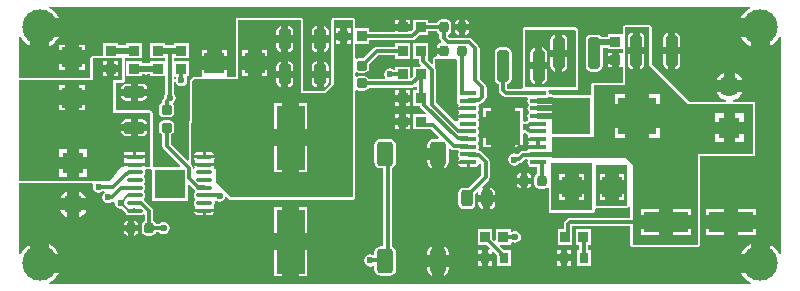
<source format=gtl>
G04*
G04 #@! TF.GenerationSoftware,Altium Limited,Altium Designer,19.1.6 (110)*
G04*
G04 Layer_Physical_Order=1*
G04 Layer_Color=255*
%FSLAX43Y43*%
%MOMM*%
G71*
G01*
G75*
G04:AMPARAMS|DCode=37|XSize=1.4mm|YSize=1mm|CornerRadius=0.25mm|HoleSize=0mm|Usage=FLASHONLY|Rotation=90.000|XOffset=0mm|YOffset=0mm|HoleType=Round|Shape=RoundedRectangle|*
%AMROUNDEDRECTD37*
21,1,1.400,0.500,0,0,90.0*
21,1,0.900,1.000,0,0,90.0*
1,1,0.500,0.250,0.450*
1,1,0.500,0.250,-0.450*
1,1,0.500,-0.250,-0.450*
1,1,0.500,-0.250,0.450*
%
%ADD37ROUNDEDRECTD37*%
G04:AMPARAMS|DCode=38|XSize=1.8mm|YSize=1mm|CornerRadius=0.25mm|HoleSize=0mm|Usage=FLASHONLY|Rotation=180.000|XOffset=0mm|YOffset=0mm|HoleType=Round|Shape=RoundedRectangle|*
%AMROUNDEDRECTD38*
21,1,1.800,0.500,0,0,180.0*
21,1,1.300,1.000,0,0,180.0*
1,1,0.500,-0.650,0.250*
1,1,0.500,0.650,0.250*
1,1,0.500,0.650,-0.250*
1,1,0.500,-0.650,-0.250*
%
%ADD38ROUNDEDRECTD38*%
%ADD39R,1.800X1.700*%
%ADD40R,1.350X0.400*%
%ADD41O,1.350X0.400*%
%ADD42R,2.660X2.460*%
%ADD43R,2.350X5.450*%
%ADD44R,3.850X1.800*%
%ADD45R,3.200X3.150*%
%ADD46R,2.960X2.960*%
%ADD47O,1.400X0.400*%
%ADD48R,1.400X0.400*%
%ADD49R,0.850X0.900*%
%ADD50R,0.800X0.950*%
G04:AMPARAMS|DCode=51|XSize=2.7mm|YSize=1mm|CornerRadius=0.25mm|HoleSize=0mm|Usage=FLASHONLY|Rotation=90.000|XOffset=0mm|YOffset=0mm|HoleType=Round|Shape=RoundedRectangle|*
%AMROUNDEDRECTD51*
21,1,2.700,0.500,0,0,90.0*
21,1,2.200,1.000,0,0,90.0*
1,1,0.500,0.250,1.100*
1,1,0.500,0.250,-1.100*
1,1,0.500,-0.250,-1.100*
1,1,0.500,-0.250,1.100*
%
%ADD51ROUNDEDRECTD51*%
G04:AMPARAMS|DCode=52|XSize=0.9mm|YSize=0.8mm|CornerRadius=0.2mm|HoleSize=0mm|Usage=FLASHONLY|Rotation=90.000|XOffset=0mm|YOffset=0mm|HoleType=Round|Shape=RoundedRectangle|*
%AMROUNDEDRECTD52*
21,1,0.900,0.400,0,0,90.0*
21,1,0.500,0.800,0,0,90.0*
1,1,0.400,0.200,0.250*
1,1,0.400,0.200,-0.250*
1,1,0.400,-0.200,-0.250*
1,1,0.400,-0.200,0.250*
%
%ADD52ROUNDEDRECTD52*%
G04:AMPARAMS|DCode=53|XSize=0.9mm|YSize=0.8mm|CornerRadius=0.2mm|HoleSize=0mm|Usage=FLASHONLY|Rotation=180.000|XOffset=0mm|YOffset=0mm|HoleType=Round|Shape=RoundedRectangle|*
%AMROUNDEDRECTD53*
21,1,0.900,0.400,0,0,180.0*
21,1,0.500,0.800,0,0,180.0*
1,1,0.400,-0.250,0.200*
1,1,0.400,0.250,0.200*
1,1,0.400,0.250,-0.200*
1,1,0.400,-0.250,-0.200*
%
%ADD53ROUNDEDRECTD53*%
G04:AMPARAMS|DCode=54|XSize=1.8mm|YSize=1mm|CornerRadius=0.25mm|HoleSize=0mm|Usage=FLASHONLY|Rotation=90.000|XOffset=0mm|YOffset=0mm|HoleType=Round|Shape=RoundedRectangle|*
%AMROUNDEDRECTD54*
21,1,1.800,0.500,0,0,90.0*
21,1,1.300,1.000,0,0,90.0*
1,1,0.500,0.250,0.650*
1,1,0.500,0.250,-0.650*
1,1,0.500,-0.250,-0.650*
1,1,0.500,-0.250,0.650*
%
%ADD54ROUNDEDRECTD54*%
%ADD55R,1.700X1.800*%
%ADD56R,0.900X0.850*%
G04:AMPARAMS|DCode=57|XSize=2.1mm|YSize=1.4mm|CornerRadius=0.35mm|HoleSize=0mm|Usage=FLASHONLY|Rotation=90.000|XOffset=0mm|YOffset=0mm|HoleType=Round|Shape=RoundedRectangle|*
%AMROUNDEDRECTD57*
21,1,2.100,0.700,0,0,90.0*
21,1,1.400,1.400,0,0,90.0*
1,1,0.700,0.350,0.700*
1,1,0.700,0.350,-0.700*
1,1,0.700,-0.350,-0.700*
1,1,0.700,-0.350,0.700*
%
%ADD57ROUNDEDRECTD57*%
%ADD58C,0.150*%
%ADD59C,0.300*%
%ADD60C,0.400*%
%ADD61C,0.500*%
%ADD62C,3.000*%
%ADD63R,1.800X1.800*%
%ADD64C,1.800*%
%ADD65C,0.600*%
G36*
X35673Y21594D02*
X35762Y21462D01*
X35843Y21407D01*
Y21100D01*
X35870Y20963D01*
X35948Y20848D01*
X36015Y20780D01*
X35973Y20642D01*
X35894Y20627D01*
X35762Y20538D01*
X35673Y20406D01*
X35645Y20265D01*
X36250D01*
Y19735D01*
X35645D01*
X35666Y19631D01*
X35592Y19504D01*
X35500D01*
X35422Y19488D01*
X35356Y19444D01*
X35312Y19378D01*
X35296Y19300D01*
Y18913D01*
X35179Y18865D01*
X34821Y19223D01*
X34856Y19350D01*
X34900D01*
Y20650D01*
X33650D01*
Y19350D01*
X34082D01*
Y19100D01*
X34109Y18963D01*
X34187Y18848D01*
X34267Y18767D01*
X34218Y18650D01*
X33650D01*
Y17855D01*
X33477Y17682D01*
X33350Y17734D01*
Y18650D01*
X32100D01*
Y18487D01*
X31973Y18419D01*
X31895Y18471D01*
X31700Y18510D01*
X31505Y18471D01*
X31340Y18360D01*
X31229Y18195D01*
X31190Y18000D01*
X31229Y17805D01*
X31276Y17734D01*
X31209Y17607D01*
X29876D01*
X29788Y17738D01*
X29656Y17827D01*
X29500Y17858D01*
X29000D01*
X28844Y17827D01*
X28831Y17818D01*
X28704Y17886D01*
Y18114D01*
X28831Y18182D01*
X28844Y18173D01*
X29000Y18142D01*
X29500D01*
X29656Y18173D01*
X29788Y18262D01*
X29877Y18394D01*
X29908Y18550D01*
Y18853D01*
X30698Y19643D01*
X32100D01*
Y19350D01*
X33350D01*
Y20650D01*
X32100D01*
Y20357D01*
X30550D01*
X30413Y20330D01*
X30298Y20252D01*
X29403Y19358D01*
X29000D01*
X28844Y19327D01*
X28831Y19318D01*
X28704Y19386D01*
Y20600D01*
X29900D01*
Y20893D01*
X33550D01*
X33687Y20920D01*
X33802Y20998D01*
X34155Y21350D01*
X34900D01*
Y21643D01*
X35663D01*
X35673Y21594D01*
D02*
G37*
G36*
X28500Y7600D02*
X18200D01*
X16900Y8900D01*
Y10000D01*
X16797D01*
X16794Y10003D01*
X16740Y10127D01*
X16802Y10219D01*
X16807Y10245D01*
X15950D01*
X15093D01*
X15098Y10219D01*
X15160Y10127D01*
X15106Y10003D01*
X15103Y10000D01*
X14962D01*
Y10094D01*
X14935Y10230D01*
X14857Y10346D01*
X14805Y10398D01*
X14900Y17400D01*
X15100Y17600D01*
X18800D01*
Y22600D01*
X24100D01*
Y16400D01*
X26200D01*
X26900Y17100D01*
Y22600D01*
X28500D01*
Y7600D01*
D02*
G37*
G36*
X37300Y19200D02*
Y15500D01*
X37428D01*
X37431Y15497D01*
X37485Y15373D01*
X37423Y15281D01*
X37418Y15255D01*
X38300D01*
Y14995D01*
X37418D01*
X37423Y14969D01*
X37475Y14892D01*
X37501Y14800D01*
X37475Y14708D01*
X37423Y14631D01*
X37418Y14605D01*
X38300D01*
Y14345D01*
X37418D01*
X37423Y14319D01*
X37485Y14227D01*
X37431Y14103D01*
X37428Y14100D01*
X37100D01*
X35557Y15643D01*
Y18339D01*
X35530Y18475D01*
X35500Y18520D01*
Y19300D01*
X37200D01*
X37300Y19200D01*
D02*
G37*
G36*
X9000Y17500D02*
X8250D01*
Y14750D01*
X11350Y14750D01*
Y10175D01*
X11014D01*
X10961Y10245D01*
X10050D01*
X9139D01*
X9086Y10175D01*
X8848D01*
X7988Y9000D01*
X7049D01*
X7000Y9010D01*
X6951Y9000D01*
X255Y9000D01*
Y17500D01*
X6500D01*
X6500Y19375D01*
X9000D01*
X9000Y17500D01*
D02*
G37*
G36*
X62209Y23618D02*
X61995Y23504D01*
X61721Y23279D01*
X61496Y23005D01*
X61387Y22800D01*
X63000D01*
Y22000D01*
X63800D01*
Y20387D01*
X64005Y20496D01*
X64279Y20721D01*
X64504Y20995D01*
X64618Y21209D01*
X64745Y21177D01*
Y2823D01*
X64618Y2791D01*
X64504Y3005D01*
X64279Y3279D01*
X64005Y3504D01*
X63800Y3613D01*
Y2000D01*
X63000D01*
Y1200D01*
X61387D01*
X61496Y995D01*
X61721Y721D01*
X61995Y496D01*
X62209Y382D01*
X62177Y255D01*
X2823D01*
X2791Y382D01*
X3005Y496D01*
X3279Y721D01*
X3504Y995D01*
X3613Y1200D01*
X2000D01*
Y2000D01*
X1200D01*
Y3613D01*
X995Y3504D01*
X721Y3279D01*
X496Y3005D01*
X382Y2791D01*
X255Y2823D01*
Y8796D01*
X6455Y8796D01*
X6524Y8669D01*
X6490Y8500D01*
X6529Y8305D01*
X6640Y8140D01*
X6805Y8029D01*
X7000Y7990D01*
X7195Y8029D01*
X7360Y8140D01*
X7363Y8143D01*
X7484D01*
X7523Y8016D01*
X7440Y7960D01*
X7329Y7795D01*
X7290Y7600D01*
X7329Y7405D01*
X7440Y7240D01*
X7605Y7129D01*
X7800Y7090D01*
X7995Y7129D01*
X8160Y7240D01*
X8242Y7240D01*
X8342Y7135D01*
X8340Y7125D01*
X8379Y6930D01*
X8490Y6765D01*
X8655Y6654D01*
X8850Y6615D01*
X8976Y6640D01*
X9174Y6442D01*
X9198Y6319D01*
X9287Y6187D01*
X9419Y6098D01*
X9575Y6067D01*
X10525D01*
X10681Y6098D01*
X10766Y6155D01*
X10893Y6095D01*
Y5626D01*
X10762Y5538D01*
X10673Y5406D01*
X10642Y5250D01*
Y4750D01*
X10673Y4594D01*
X10762Y4462D01*
X10894Y4373D01*
X11050Y4342D01*
X11450D01*
X11606Y4373D01*
X11738Y4462D01*
X11827Y4594D01*
X11837Y4643D01*
X12137D01*
X12140Y4640D01*
X12305Y4529D01*
X12500Y4490D01*
X12695Y4529D01*
X12860Y4640D01*
X12971Y4805D01*
X13010Y5000D01*
X12971Y5195D01*
X12860Y5360D01*
X12695Y5471D01*
X12500Y5510D01*
X12305Y5471D01*
X12140Y5360D01*
X12137Y5357D01*
X11837D01*
X11827Y5406D01*
X11738Y5538D01*
X11607Y5626D01*
Y6457D01*
X11580Y6594D01*
X11502Y6709D01*
X10984Y7227D01*
X10935Y7261D01*
X10877Y7318D01*
X10813Y7413D01*
Y7487D01*
X10902Y7619D01*
X10933Y7775D01*
X10902Y7931D01*
X10850Y8008D01*
X10813Y8137D01*
X10902Y8269D01*
X10933Y8425D01*
X10902Y8581D01*
X10813Y8713D01*
Y8787D01*
X10902Y8919D01*
X10933Y9075D01*
X10902Y9231D01*
X10850Y9308D01*
X10824Y9400D01*
X10850Y9492D01*
X10902Y9569D01*
X10933Y9725D01*
X10905Y9866D01*
X10920Y9898D01*
X10927Y9907D01*
X10993Y9974D01*
X10999Y9974D01*
X11014Y9971D01*
X11350D01*
X11470Y9874D01*
Y7320D01*
X14530D01*
Y8642D01*
X14647Y8691D01*
X15137Y8201D01*
X15149Y8194D01*
X15150Y8192D01*
X15176Y8100D01*
X15150Y8008D01*
X15098Y7931D01*
X15067Y7775D01*
X15098Y7619D01*
X15187Y7487D01*
Y7413D01*
X15098Y7281D01*
X15067Y7125D01*
X15098Y6969D01*
X15150Y6892D01*
X15176Y6800D01*
X15150Y6708D01*
X15098Y6631D01*
X15093Y6605D01*
X15950D01*
X16807D01*
X16802Y6631D01*
X16750Y6708D01*
X16724Y6800D01*
X16750Y6892D01*
X16802Y6969D01*
X16833Y7125D01*
X16821Y7186D01*
X16910Y7330D01*
X16912Y7331D01*
X16963Y7341D01*
X17055Y7279D01*
X17250Y7240D01*
X17445Y7279D01*
X17610Y7390D01*
X17721Y7555D01*
X17730Y7602D01*
X17868Y7644D01*
X18056Y7456D01*
X18122Y7412D01*
X18200Y7396D01*
X28500D01*
X28578Y7412D01*
X28644Y7456D01*
X28688Y7522D01*
X28704Y7600D01*
Y16614D01*
X28831Y16682D01*
X28844Y16673D01*
X29000Y16642D01*
X29500D01*
X29656Y16673D01*
X29788Y16762D01*
X29876Y16893D01*
X33550D01*
X33687Y16920D01*
X33791Y16990D01*
X33860Y16974D01*
X33918Y16950D01*
Y16650D01*
X33650D01*
Y15350D01*
X34206D01*
X34220Y15280D01*
X34298Y15164D01*
X34694Y14767D01*
X34645Y14650D01*
X33650D01*
Y13350D01*
X34516D01*
X34550Y13343D01*
X35126D01*
X35791Y12678D01*
X35743Y12561D01*
X35390D01*
X35175Y12518D01*
X34993Y12397D01*
X34872Y12215D01*
X34829Y12000D01*
Y11800D01*
X35740D01*
Y11300D01*
X36240D01*
Y10069D01*
X36305Y10082D01*
X36487Y10203D01*
X36608Y10385D01*
X36651Y10600D01*
Y11653D01*
X36768Y11701D01*
X36787Y11683D01*
X36902Y11605D01*
X37039Y11578D01*
X37402D01*
X37470Y11451D01*
X37423Y11381D01*
X37392Y11225D01*
X37423Y11069D01*
X37475Y10992D01*
X37501Y10900D01*
X37475Y10808D01*
X37423Y10731D01*
X37418Y10705D01*
X38300D01*
Y10575D01*
X38430D01*
Y10167D01*
X38800D01*
X38956Y10198D01*
X39088Y10287D01*
X39177Y10419D01*
X39184Y10453D01*
X39303Y10492D01*
X39393Y10418D01*
Y9448D01*
X38354Y8409D01*
X37900D01*
X37724Y8374D01*
X37576Y8274D01*
X37476Y8126D01*
X37441Y7950D01*
Y7050D01*
X37476Y6874D01*
X37576Y6726D01*
X37724Y6626D01*
X37900Y6591D01*
X38400D01*
X38576Y6626D01*
X38724Y6726D01*
X38824Y6874D01*
X38859Y7050D01*
Y7904D01*
X39038Y8084D01*
X39155Y8021D01*
X39141Y7950D01*
Y7800D01*
X39550D01*
Y8399D01*
X39529Y8395D01*
X39466Y8512D01*
X40002Y9048D01*
X40080Y9163D01*
X40107Y9300D01*
Y10594D01*
X40080Y10730D01*
X40002Y10846D01*
X39431Y11417D01*
X39315Y11495D01*
X39196Y11519D01*
X39162Y11566D01*
X39130Y11649D01*
X39177Y11719D01*
X39208Y11875D01*
X39177Y12031D01*
X39125Y12108D01*
X39099Y12200D01*
X39125Y12292D01*
X39177Y12369D01*
X39208Y12525D01*
X39177Y12681D01*
X39088Y12813D01*
Y12887D01*
X39177Y13019D01*
X39208Y13175D01*
X39177Y13331D01*
X39125Y13408D01*
X39099Y13500D01*
X39125Y13592D01*
X39177Y13669D01*
X39208Y13825D01*
X39177Y13981D01*
X39088Y14113D01*
Y14187D01*
X39177Y14319D01*
X39208Y14475D01*
X39177Y14631D01*
X39125Y14708D01*
X39099Y14800D01*
X39125Y14892D01*
X39177Y14969D01*
X39208Y15125D01*
X39177Y15281D01*
X39130Y15351D01*
X39162Y15434D01*
X39196Y15481D01*
X39315Y15505D01*
X39431Y15583D01*
X39728Y15879D01*
X39805Y15995D01*
X39833Y16132D01*
Y16924D01*
X39805Y17061D01*
X39728Y17177D01*
X39257Y17648D01*
Y20200D01*
X39230Y20337D01*
X39152Y20452D01*
X38627Y20977D01*
X38512Y21055D01*
X38375Y21082D01*
X36723D01*
X36562Y21243D01*
X36575Y21367D01*
X36606Y21373D01*
X36738Y21462D01*
X36827Y21594D01*
X36858Y21750D01*
Y22250D01*
X36827Y22406D01*
X36738Y22538D01*
X36606Y22627D01*
X36450Y22658D01*
X36050D01*
X35894Y22627D01*
X35762Y22538D01*
X35673Y22406D01*
X35663Y22357D01*
X34900D01*
Y22650D01*
X33650D01*
Y21855D01*
X33477Y21682D01*
X33433Y21700D01*
X32725D01*
X32100D01*
Y21607D01*
X29900D01*
Y21900D01*
X28704D01*
Y22600D01*
X28688Y22678D01*
X28644Y22744D01*
X28578Y22788D01*
X28500Y22804D01*
X26900D01*
X26822Y22788D01*
X26756Y22744D01*
X26712Y22678D01*
X26696Y22600D01*
Y17184D01*
X26116Y16604D01*
X24304D01*
Y22600D01*
X24288Y22678D01*
X24244Y22744D01*
X24178Y22788D01*
X24100Y22804D01*
X18800D01*
X18722Y22788D01*
X18656Y22744D01*
X18612Y22678D01*
X18596Y22600D01*
Y17804D01*
X17925D01*
X17850Y17900D01*
X17850Y17931D01*
Y18400D01*
X16800D01*
X15750D01*
Y17931D01*
X15750Y17900D01*
X15675Y17804D01*
X15100D01*
X15022Y17788D01*
X14956Y17744D01*
X14756Y17544D01*
X14734Y17512D01*
X14713Y17481D01*
X14712Y17479D01*
X14712Y17478D01*
X14704Y17440D01*
X14696Y17403D01*
X14606Y10763D01*
X14489Y10715D01*
X13107Y12097D01*
Y12913D01*
X13156Y12923D01*
X13288Y13012D01*
X13377Y13144D01*
X13408Y13300D01*
Y13700D01*
X13377Y13856D01*
X13288Y13988D01*
X13156Y14077D01*
X13000Y14108D01*
X12500D01*
X12344Y14077D01*
X12212Y13988D01*
X12123Y13856D01*
X12092Y13700D01*
Y13300D01*
X12123Y13144D01*
X12212Y13012D01*
X12344Y12923D01*
X12393Y12913D01*
Y11949D01*
X12420Y11812D01*
X12498Y11697D01*
X13897Y10297D01*
X13848Y10180D01*
X11554D01*
Y14750D01*
X11538Y14828D01*
X11494Y14894D01*
X11428Y14938D01*
X11350Y14954D01*
X8454Y14954D01*
Y17296D01*
X9000D01*
X9078Y17312D01*
X9144Y17356D01*
X9188Y17422D01*
X9204Y17500D01*
X9204Y19375D01*
X9204Y19377D01*
X9312Y19476D01*
X9350Y19465D01*
Y19400D01*
X10650D01*
Y20650D01*
X9350D01*
Y20484D01*
X9213D01*
X9195Y20496D01*
X9000Y20535D01*
X8805Y20496D01*
X8787Y20484D01*
X8650D01*
Y20650D01*
X7350D01*
Y19579D01*
X6500D01*
X6422Y19563D01*
X6356Y19519D01*
X6312Y19453D01*
X6296Y19375D01*
X6296Y17704D01*
X255D01*
Y21177D01*
X382Y21209D01*
X496Y20995D01*
X721Y20721D01*
X995Y20496D01*
X1200Y20387D01*
Y22000D01*
X2000D01*
Y22800D01*
X3613D01*
X3504Y23005D01*
X3279Y23279D01*
X3005Y23504D01*
X2791Y23618D01*
X2823Y23745D01*
X62177D01*
X62209Y23618D01*
D02*
G37*
%LPC*%
G36*
X28350Y21900D02*
X28025D01*
Y21550D01*
X28350D01*
Y21900D01*
D02*
G37*
G36*
X27425D02*
X27100D01*
Y21550D01*
X27425D01*
Y21900D01*
D02*
G37*
G36*
X23050Y22099D02*
Y21300D01*
X23459D01*
Y21650D01*
X23424Y21826D01*
X23324Y21974D01*
X23176Y22074D01*
X23050Y22099D01*
D02*
G37*
G36*
X22450D02*
X22324Y22074D01*
X22176Y21974D01*
X22076Y21826D01*
X22041Y21650D01*
Y21300D01*
X22450D01*
Y22099D01*
D02*
G37*
G36*
X28350Y20950D02*
X28025D01*
Y20600D01*
X28350D01*
Y20950D01*
D02*
G37*
G36*
X27425D02*
X27100D01*
Y20600D01*
X27425D01*
Y20950D01*
D02*
G37*
G36*
X23459Y20700D02*
X23050D01*
Y19901D01*
X23176Y19926D01*
X23324Y20026D01*
X23424Y20174D01*
X23459Y20350D01*
Y20700D01*
D02*
G37*
G36*
X22450D02*
X22041D01*
Y20350D01*
X22076Y20174D01*
X22176Y20026D01*
X22324Y19926D01*
X22450Y19901D01*
Y20700D01*
D02*
G37*
G36*
X21250Y20100D02*
X20800D01*
Y19600D01*
X21250D01*
Y20100D01*
D02*
G37*
G36*
X19600D02*
X19150D01*
Y19600D01*
X19600D01*
Y20100D01*
D02*
G37*
G36*
X23050Y19099D02*
Y18300D01*
X23459D01*
Y18650D01*
X23424Y18826D01*
X23324Y18974D01*
X23176Y19074D01*
X23050Y19099D01*
D02*
G37*
G36*
X22450D02*
X22324Y19074D01*
X22176Y18974D01*
X22076Y18826D01*
X22041Y18650D01*
Y18300D01*
X22450D01*
Y19099D01*
D02*
G37*
G36*
X21250Y18400D02*
X20800D01*
Y17900D01*
X21250D01*
Y18400D01*
D02*
G37*
G36*
X19600D02*
X19150D01*
Y17900D01*
X19600D01*
Y18400D01*
D02*
G37*
G36*
X23459Y17700D02*
X23050D01*
Y16901D01*
X23176Y16926D01*
X23324Y17026D01*
X23424Y17174D01*
X23459Y17350D01*
Y17700D01*
D02*
G37*
G36*
X22450D02*
X22041D01*
Y17350D01*
X22076Y17174D01*
X22176Y17026D01*
X22324Y16926D01*
X22450Y16901D01*
Y17700D01*
D02*
G37*
G36*
X24625Y15575D02*
X23950D01*
Y13350D01*
X24625D01*
Y15575D01*
D02*
G37*
G36*
X22550D02*
X21875D01*
Y13350D01*
X22550D01*
Y15575D01*
D02*
G37*
G36*
X16425Y11433D02*
X16080D01*
Y11155D01*
X16807D01*
X16802Y11181D01*
X16713Y11313D01*
X16581Y11402D01*
X16425Y11433D01*
D02*
G37*
G36*
X15820D02*
X15475D01*
X15319Y11402D01*
X15187Y11313D01*
X15098Y11181D01*
X15093Y11155D01*
X15820D01*
Y11433D01*
D02*
G37*
G36*
X16807Y10895D02*
X15950D01*
X15093D01*
X15098Y10869D01*
X15150Y10792D01*
X15176Y10700D01*
X15150Y10608D01*
X15098Y10531D01*
X15093Y10505D01*
X15950D01*
X16807D01*
X16802Y10531D01*
X16750Y10608D01*
X16724Y10700D01*
X16750Y10792D01*
X16802Y10869D01*
X16807Y10895D01*
D02*
G37*
G36*
X24625Y11950D02*
X23950D01*
Y9725D01*
X24625D01*
Y11950D01*
D02*
G37*
G36*
X22550D02*
X21875D01*
Y9725D01*
X22550D01*
Y11950D01*
D02*
G37*
G36*
X8650Y19100D02*
X8300D01*
Y18775D01*
X8650D01*
Y19100D01*
D02*
G37*
G36*
X7700D02*
X7350D01*
Y18775D01*
X7700D01*
Y19100D01*
D02*
G37*
G36*
X8650Y18175D02*
X8300D01*
Y17850D01*
X8650D01*
Y18175D01*
D02*
G37*
G36*
X7700D02*
X7350D01*
Y17850D01*
X7700D01*
Y18175D01*
D02*
G37*
G36*
X5850Y17100D02*
X5350D01*
Y16650D01*
X5850D01*
Y17100D01*
D02*
G37*
G36*
X4150D02*
X3650D01*
Y16650D01*
X4150D01*
Y17100D01*
D02*
G37*
G36*
X5850Y15450D02*
X5350D01*
Y15000D01*
X5850D01*
Y15450D01*
D02*
G37*
G36*
X4150D02*
X3650D01*
Y15000D01*
X4150D01*
Y15450D01*
D02*
G37*
G36*
X10650Y14209D02*
X10300D01*
Y13800D01*
X11099D01*
X11074Y13926D01*
X10974Y14074D01*
X10826Y14174D01*
X10650Y14209D01*
D02*
G37*
G36*
X9700D02*
X9350D01*
X9174Y14174D01*
X9026Y14074D01*
X8926Y13926D01*
X8901Y13800D01*
X9700D01*
Y14209D01*
D02*
G37*
G36*
X11099Y13200D02*
X10300D01*
Y12791D01*
X10650D01*
X10826Y12826D01*
X10974Y12926D01*
X11074Y13074D01*
X11099Y13200D01*
D02*
G37*
G36*
X9700D02*
X8901D01*
X8926Y13074D01*
X9026Y12926D01*
X9174Y12826D01*
X9350Y12791D01*
X9700D01*
Y13200D01*
D02*
G37*
G36*
X10925Y11425D02*
X10180D01*
Y11155D01*
X10925D01*
Y11425D01*
D02*
G37*
G36*
X9920D02*
X9175D01*
Y11155D01*
X9920D01*
Y11425D01*
D02*
G37*
G36*
X6050Y11700D02*
X5350D01*
Y11000D01*
X6050D01*
Y11700D01*
D02*
G37*
G36*
X4350D02*
X3650D01*
Y11000D01*
X4350D01*
Y11700D01*
D02*
G37*
G36*
X10925Y10895D02*
X10050D01*
X9175D01*
Y10625D01*
X9175Y10625D01*
X9191Y10505D01*
X10050D01*
X10909D01*
X10925Y10625D01*
X10925D01*
X10925Y10625D01*
Y10895D01*
D02*
G37*
G36*
X6050Y10000D02*
X5350D01*
Y9300D01*
X6050D01*
Y10000D01*
D02*
G37*
G36*
X4350D02*
X3650D01*
Y9300D01*
X4350D01*
Y10000D01*
D02*
G37*
G36*
X33350Y22650D02*
X33025D01*
Y22300D01*
X33350D01*
Y22650D01*
D02*
G37*
G36*
X32425D02*
X32100D01*
Y22300D01*
X32425D01*
Y22650D01*
D02*
G37*
G36*
X38015Y22645D02*
Y22265D01*
X38355D01*
X38327Y22406D01*
X38238Y22539D01*
X38106Y22627D01*
X38015Y22645D01*
D02*
G37*
G36*
X37485D02*
X37394Y22627D01*
X37262Y22539D01*
X37173Y22406D01*
X37145Y22265D01*
X37485D01*
Y22645D01*
D02*
G37*
G36*
X38355Y21735D02*
X38015D01*
Y21355D01*
X38106Y21373D01*
X38238Y21462D01*
X38327Y21594D01*
X38355Y21735D01*
D02*
G37*
G36*
X37485D02*
X37145D01*
X37173Y21594D01*
X37262Y21462D01*
X37394Y21373D01*
X37485Y21355D01*
Y21735D01*
D02*
G37*
G36*
X26050Y22099D02*
Y21300D01*
X26459D01*
Y21650D01*
X26424Y21826D01*
X26324Y21974D01*
X26176Y22074D01*
X26050Y22099D01*
D02*
G37*
G36*
X25450D02*
X25324Y22074D01*
X25176Y21974D01*
X25076Y21826D01*
X25041Y21650D01*
Y21300D01*
X25450D01*
Y22099D01*
D02*
G37*
G36*
X53600Y22204D02*
X51600D01*
X51522Y22188D01*
X51456Y22144D01*
X51412Y22078D01*
X51396Y22000D01*
Y21400D01*
X50100D01*
Y21171D01*
X49560D01*
X49524Y21224D01*
X49376Y21324D01*
X49200Y21359D01*
X48700D01*
X48524Y21324D01*
X48376Y21224D01*
X48276Y21076D01*
X48241Y20900D01*
Y18700D01*
X48276Y18524D01*
X48376Y18376D01*
X48524Y18276D01*
X48700Y18241D01*
X49200D01*
X49376Y18276D01*
X49524Y18376D01*
X49624Y18524D01*
X49659Y18700D01*
Y20254D01*
X50100D01*
Y20150D01*
X51396D01*
Y19850D01*
X51050D01*
Y19225D01*
Y18600D01*
X51396D01*
Y17304D01*
X48900D01*
X48822Y17288D01*
X48756Y17244D01*
X48712Y17178D01*
X48696Y17100D01*
Y16275D01*
X45460D01*
X45285Y16310D01*
X45211Y16295D01*
X45104Y16403D01*
X45108Y16425D01*
X45079Y16569D01*
X45085Y16603D01*
X45135Y16696D01*
X47400D01*
X47478Y16712D01*
X47544Y16756D01*
X47588Y16822D01*
X47604Y16900D01*
X47604Y21700D01*
X47604Y21700D01*
X47588Y21778D01*
X47544Y21844D01*
X47544Y21844D01*
X47444Y21944D01*
X47378Y21988D01*
X47300Y22004D01*
X43100D01*
X43022Y21988D01*
X42956Y21944D01*
X42912Y21878D01*
X42896Y21800D01*
X42896Y16900D01*
X42797Y16782D01*
X41649D01*
X41607Y16824D01*
Y17212D01*
X41676Y17226D01*
X41824Y17326D01*
X41924Y17474D01*
X41959Y17650D01*
Y19850D01*
X41924Y20026D01*
X41824Y20174D01*
X41676Y20274D01*
X41500Y20309D01*
X41000D01*
X40824Y20274D01*
X40676Y20174D01*
X40576Y20026D01*
X40541Y19850D01*
Y17650D01*
X40576Y17474D01*
X40676Y17326D01*
X40824Y17226D01*
X40893Y17212D01*
Y16676D01*
X40920Y16539D01*
X40998Y16423D01*
X41248Y16173D01*
X41364Y16095D01*
X41501Y16068D01*
X43262D01*
X43330Y15941D01*
X43323Y15931D01*
X43292Y15775D01*
X43323Y15619D01*
X43412Y15487D01*
Y15413D01*
X43323Y15281D01*
X43292Y15125D01*
X43323Y14969D01*
X43412Y14837D01*
Y14763D01*
X43323Y14631D01*
X43292Y14475D01*
X43323Y14319D01*
X43359Y14266D01*
X43359Y14265D01*
X43326Y14103D01*
X43288Y14077D01*
X43240Y14030D01*
X43215Y14035D01*
X43057Y14003D01*
X42930Y14077D01*
Y15180D01*
X42150D01*
Y13500D01*
Y11820D01*
X42930D01*
Y12973D01*
X43057Y13047D01*
X43190Y13020D01*
X43288Y12923D01*
X43326Y12897D01*
X43359Y12735D01*
X43359Y12734D01*
X43323Y12681D01*
X43318Y12655D01*
X44200D01*
Y12395D01*
X43318D01*
X43323Y12369D01*
X43412Y12237D01*
Y12163D01*
X43323Y12031D01*
X43318Y12005D01*
X44200D01*
Y11745D01*
X43318D01*
X43323Y11719D01*
X43370Y11649D01*
X43302Y11522D01*
X42915D01*
X42778Y11495D01*
X42663Y11417D01*
X42468Y11222D01*
X42395Y11271D01*
X42200Y11310D01*
X42005Y11271D01*
X41840Y11160D01*
X41729Y10995D01*
X41690Y10800D01*
X41729Y10605D01*
X41840Y10440D01*
X42005Y10329D01*
X42200Y10290D01*
X42395Y10329D01*
X42560Y10440D01*
X42601Y10501D01*
X42607D01*
X42744Y10528D01*
X42860Y10605D01*
X43063Y10808D01*
X43234D01*
X43313Y10681D01*
X43292Y10575D01*
X43323Y10419D01*
X43412Y10287D01*
X43544Y10198D01*
X43700Y10167D01*
X44143D01*
Y9626D01*
X44012Y9538D01*
X43923Y9406D01*
X43892Y9250D01*
Y8750D01*
X43923Y8594D01*
X44012Y8462D01*
X44144Y8373D01*
X44300Y8342D01*
X44700D01*
X44856Y8373D01*
X44969Y8449D01*
X45044Y8427D01*
X45096Y8394D01*
Y6500D01*
X45112Y6422D01*
X45156Y6356D01*
X45222Y6312D01*
X45300Y6296D01*
X48800D01*
X48878Y6312D01*
X48944Y6356D01*
X48988Y6422D01*
X49004Y6500D01*
Y6586D01*
X49100Y6696D01*
X51700Y6696D01*
X51778Y6712D01*
X51844Y6756D01*
X51869Y6793D01*
X51996Y6762D01*
Y5857D01*
X46926D01*
X46789Y5830D01*
X46673Y5752D01*
X46498Y5577D01*
X46420Y5461D01*
X46393Y5324D01*
Y4900D01*
X45850D01*
Y3600D01*
X47100D01*
Y4491D01*
X47107Y4525D01*
Y5143D01*
X51996D01*
Y3600D01*
X52012Y3522D01*
X52056Y3456D01*
X52122Y3412D01*
X52200Y3396D01*
X57700D01*
X57778Y3412D01*
X57844Y3456D01*
X57888Y3522D01*
X57904Y3600D01*
Y11096D01*
X62400Y11096D01*
X62478Y11112D01*
X62544Y11156D01*
X62588Y11222D01*
X62604Y11300D01*
X62604Y15500D01*
X62588Y15578D01*
X62544Y15644D01*
X62478Y15688D01*
X62400Y15704D01*
X60722D01*
X60713Y15831D01*
X61005Y15952D01*
X61256Y16144D01*
X61448Y16395D01*
X61492Y16500D01*
X60400D01*
X59308D01*
X59352Y16395D01*
X59544Y16144D01*
X59795Y15952D01*
X60087Y15831D01*
X60078Y15704D01*
X56984Y15704D01*
X53804Y18884D01*
Y22000D01*
X53788Y22078D01*
X53744Y22144D01*
X53678Y22188D01*
X53600Y22204D01*
D02*
G37*
G36*
X14650Y20650D02*
X13350D01*
Y20484D01*
X12650D01*
Y20650D01*
X11350D01*
Y19400D01*
X12643D01*
Y19100D01*
X11350D01*
Y18934D01*
X11213D01*
X11195Y18946D01*
X11000Y18985D01*
X10805Y18946D01*
X10787Y18934D01*
X10650D01*
Y19100D01*
X9350D01*
Y17850D01*
X10650D01*
Y18016D01*
X10787D01*
X10805Y18004D01*
X11000Y17965D01*
X11195Y18004D01*
X11213Y18016D01*
X11350D01*
Y17850D01*
X12643D01*
Y16363D01*
X12640Y16360D01*
X12529Y16195D01*
X12490Y16000D01*
X12492Y15993D01*
X12420Y15887D01*
X12393Y15750D01*
Y15587D01*
X12344Y15577D01*
X12211Y15488D01*
X12123Y15356D01*
X12092Y15200D01*
Y14800D01*
X12123Y14644D01*
X12211Y14512D01*
X12344Y14423D01*
X12500Y14392D01*
X13000D01*
X13156Y14423D01*
X13288Y14512D01*
X13377Y14644D01*
X13408Y14800D01*
Y15200D01*
X13377Y15356D01*
X13288Y15488D01*
Y15591D01*
X13360Y15640D01*
X13471Y15805D01*
X13510Y16000D01*
X13471Y16195D01*
X13360Y16360D01*
X13357Y16363D01*
Y17850D01*
X13498D01*
X13558Y17738D01*
X13529Y17695D01*
X13490Y17500D01*
X13529Y17305D01*
X13640Y17140D01*
X13805Y17029D01*
X14000Y16990D01*
X14195Y17029D01*
X14360Y17140D01*
X14471Y17305D01*
X14510Y17500D01*
X14471Y17695D01*
X14442Y17738D01*
X14502Y17850D01*
X14650D01*
Y19100D01*
X13357D01*
Y19400D01*
X14650D01*
Y20650D01*
D02*
G37*
G36*
X3613Y21200D02*
X2800D01*
Y20387D01*
X3005Y20496D01*
X3279Y20721D01*
X3504Y20995D01*
X3613Y21200D01*
D02*
G37*
G36*
X62200D02*
X61387D01*
X61496Y20995D01*
X61721Y20721D01*
X61995Y20496D01*
X62200Y20387D01*
Y21200D01*
D02*
G37*
G36*
X55800Y21549D02*
Y20300D01*
X56209D01*
Y21100D01*
X56174Y21276D01*
X56074Y21424D01*
X55926Y21524D01*
X55800Y21549D01*
D02*
G37*
G36*
X55200Y21549D02*
X55074Y21524D01*
X54926Y21424D01*
X54826Y21276D01*
X54791Y21100D01*
Y20300D01*
X55200D01*
Y21549D01*
D02*
G37*
G36*
X5850Y20500D02*
X5350D01*
Y20050D01*
X5850D01*
Y20500D01*
D02*
G37*
G36*
X4150D02*
X3650D01*
Y20050D01*
X4150D01*
Y20500D01*
D02*
G37*
G36*
X26459Y20700D02*
X26050D01*
Y19901D01*
X26176Y19926D01*
X26324Y20026D01*
X26424Y20174D01*
X26459Y20350D01*
Y20700D01*
D02*
G37*
G36*
X25450D02*
X25041D01*
Y20350D01*
X25076Y20174D01*
X25176Y20026D01*
X25324Y19926D01*
X25450Y19901D01*
Y20700D01*
D02*
G37*
G36*
X17850Y20100D02*
X17400D01*
Y19600D01*
X17850D01*
Y20100D01*
D02*
G37*
G36*
X16200D02*
X15750D01*
Y19600D01*
X16200D01*
Y20100D01*
D02*
G37*
G36*
X50450Y19850D02*
X50100D01*
Y19525D01*
X50450D01*
Y19850D01*
D02*
G37*
G36*
Y18925D02*
X50100D01*
Y18600D01*
X50450D01*
Y18925D01*
D02*
G37*
G36*
X55200Y19700D02*
X54791D01*
Y18900D01*
X54826Y18724D01*
X54926Y18576D01*
X55074Y18476D01*
X55200Y18451D01*
Y19700D01*
D02*
G37*
G36*
X56209D02*
X55800D01*
Y18451D01*
X55926Y18476D01*
X56074Y18576D01*
X56174Y18724D01*
X56209Y18900D01*
Y19700D01*
D02*
G37*
G36*
X5850Y18850D02*
X5350D01*
Y18400D01*
X5850D01*
Y18850D01*
D02*
G37*
G36*
X4150D02*
X3650D01*
Y18400D01*
X4150D01*
Y18850D01*
D02*
G37*
G36*
X26050Y19099D02*
Y18300D01*
X26459D01*
Y18650D01*
X26424Y18826D01*
X26324Y18974D01*
X26176Y19074D01*
X26050Y19099D01*
D02*
G37*
G36*
X25450D02*
X25324Y19074D01*
X25176Y18974D01*
X25076Y18826D01*
X25041Y18650D01*
Y18300D01*
X25450D01*
Y19099D01*
D02*
G37*
G36*
X60900Y18092D02*
Y17500D01*
X61492D01*
X61448Y17605D01*
X61256Y17856D01*
X61005Y18048D01*
X60900Y18092D01*
D02*
G37*
G36*
X59900D02*
X59795Y18048D01*
X59544Y17856D01*
X59352Y17605D01*
X59308Y17500D01*
X59900D01*
Y18092D01*
D02*
G37*
G36*
X26459Y17700D02*
X26050D01*
Y16901D01*
X26176Y16926D01*
X26324Y17026D01*
X26424Y17174D01*
X26459Y17350D01*
Y17700D01*
D02*
G37*
G36*
X25450D02*
X25041D01*
Y17350D01*
X25076Y17174D01*
X25176Y17026D01*
X25324Y16926D01*
X25450Y16901D01*
Y17700D01*
D02*
G37*
G36*
X10650Y17209D02*
X10300D01*
Y16800D01*
X11099D01*
X11074Y16926D01*
X10974Y17074D01*
X10826Y17174D01*
X10650Y17209D01*
D02*
G37*
G36*
X9700D02*
X9350D01*
X9174Y17174D01*
X9026Y17074D01*
X8926Y16926D01*
X8901Y16800D01*
X9700D01*
Y17209D01*
D02*
G37*
G36*
X33350Y16650D02*
X33025D01*
Y16300D01*
X33350D01*
Y16650D01*
D02*
G37*
G36*
X32425D02*
X32100D01*
Y16300D01*
X32425D01*
Y16650D01*
D02*
G37*
G36*
X11099Y16200D02*
X10300D01*
Y15791D01*
X10650D01*
X10826Y15826D01*
X10974Y15926D01*
X11074Y16074D01*
X11099Y16200D01*
D02*
G37*
G36*
X9700D02*
X8901D01*
X8926Y16074D01*
X9026Y15926D01*
X9174Y15826D01*
X9350Y15791D01*
X9700D01*
Y16200D01*
D02*
G37*
G36*
X33350Y15700D02*
X33025D01*
Y15350D01*
X33350D01*
Y15700D01*
D02*
G37*
G36*
X32425D02*
X32100D01*
Y15350D01*
X32425D01*
Y15700D01*
D02*
G37*
G36*
X40350Y15180D02*
X39570D01*
Y14400D01*
X40350D01*
Y15180D01*
D02*
G37*
G36*
X33350Y14650D02*
X33025D01*
Y14300D01*
X33350D01*
Y14650D01*
D02*
G37*
G36*
X32425D02*
X32100D01*
Y14300D01*
X32425D01*
Y14650D01*
D02*
G37*
G36*
X33350Y13700D02*
X33025D01*
Y13350D01*
X33350D01*
Y13700D01*
D02*
G37*
G36*
X32425D02*
X32100D01*
Y13350D01*
X32425D01*
Y13700D01*
D02*
G37*
G36*
X40350Y12600D02*
X39570D01*
Y11820D01*
X40350D01*
Y12600D01*
D02*
G37*
G36*
X38170Y10445D02*
X37418D01*
X37423Y10419D01*
X37512Y10287D01*
X37644Y10198D01*
X37800Y10167D01*
X38170D01*
Y10445D01*
D02*
G37*
G36*
X35240Y10800D02*
X34829D01*
Y10600D01*
X34872Y10385D01*
X34993Y10203D01*
X35175Y10082D01*
X35240Y10069D01*
Y10800D01*
D02*
G37*
G36*
X43265Y9645D02*
Y9265D01*
X43605D01*
X43577Y9406D01*
X43488Y9538D01*
X43356Y9627D01*
X43265Y9645D01*
D02*
G37*
G36*
X42735D02*
X42644Y9627D01*
X42512Y9538D01*
X42423Y9406D01*
X42395Y9265D01*
X42735D01*
Y9645D01*
D02*
G37*
G36*
Y8735D02*
X42395D01*
X42423Y8594D01*
X42512Y8461D01*
X42644Y8373D01*
X42735Y8355D01*
Y8735D01*
D02*
G37*
G36*
X43605D02*
X43265D01*
Y8355D01*
X43356Y8373D01*
X43488Y8461D01*
X43577Y8594D01*
X43605Y8735D01*
D02*
G37*
G36*
X40150Y8399D02*
Y7800D01*
X40559D01*
Y7950D01*
X40524Y8126D01*
X40424Y8274D01*
X40276Y8374D01*
X40150Y8399D01*
D02*
G37*
G36*
X5350Y8092D02*
Y7500D01*
X5942D01*
X5898Y7605D01*
X5706Y7856D01*
X5455Y8048D01*
X5350Y8092D01*
D02*
G37*
G36*
X4350D02*
X4245Y8048D01*
X3994Y7856D01*
X3802Y7605D01*
X3758Y7500D01*
X4350D01*
Y8092D01*
D02*
G37*
G36*
X40559Y7200D02*
X40150D01*
Y6601D01*
X40276Y6626D01*
X40424Y6726D01*
X40524Y6874D01*
X40559Y7050D01*
Y7200D01*
D02*
G37*
G36*
X39550D02*
X39141D01*
Y7050D01*
X39176Y6874D01*
X39276Y6726D01*
X39424Y6626D01*
X39550Y6601D01*
Y7200D01*
D02*
G37*
G36*
X62625Y6600D02*
X61100D01*
Y6100D01*
X62625D01*
Y6600D01*
D02*
G37*
G36*
X59900D02*
X58375D01*
Y6100D01*
X59900D01*
Y6600D01*
D02*
G37*
G36*
X16807Y6345D02*
X16080D01*
Y6067D01*
X16425D01*
X16581Y6098D01*
X16713Y6187D01*
X16802Y6319D01*
X16807Y6345D01*
D02*
G37*
G36*
X15820D02*
X15093D01*
X15098Y6319D01*
X15187Y6187D01*
X15319Y6098D01*
X15475Y6067D01*
X15820D01*
Y6345D01*
D02*
G37*
G36*
X5942Y6500D02*
X5350D01*
Y5908D01*
X5455Y5952D01*
X5706Y6144D01*
X5898Y6395D01*
X5942Y6500D01*
D02*
G37*
G36*
X4350D02*
X3758D01*
X3802Y6395D01*
X3994Y6144D01*
X4245Y5952D01*
X4350Y5908D01*
Y6500D01*
D02*
G37*
G36*
X10015Y5645D02*
Y5265D01*
X10355D01*
X10327Y5406D01*
X10238Y5538D01*
X10106Y5627D01*
X10015Y5645D01*
D02*
G37*
G36*
X9485D02*
X9394Y5627D01*
X9262Y5538D01*
X9173Y5406D01*
X9145Y5265D01*
X9485D01*
Y5645D01*
D02*
G37*
G36*
X24625Y6775D02*
X23950D01*
Y4550D01*
X24625D01*
Y6775D01*
D02*
G37*
G36*
X22550D02*
X21875D01*
Y4550D01*
X22550D01*
Y6775D01*
D02*
G37*
G36*
X62625Y4900D02*
X61100D01*
Y4400D01*
X62625D01*
Y4900D01*
D02*
G37*
G36*
X59900D02*
X58375D01*
Y4400D01*
X59900D01*
Y4900D01*
D02*
G37*
G36*
X10355Y4735D02*
X10015D01*
Y4355D01*
X10106Y4373D01*
X10238Y4461D01*
X10327Y4594D01*
X10355Y4735D01*
D02*
G37*
G36*
X9485D02*
X9145D01*
X9173Y4594D01*
X9262Y4461D01*
X9394Y4373D01*
X9485Y4355D01*
Y4735D01*
D02*
G37*
G36*
X41875Y4900D02*
X40625D01*
Y3971D01*
X40508Y3922D01*
X40325Y4105D01*
Y4900D01*
X39075D01*
Y3600D01*
X39820D01*
X40128Y3292D01*
X40079Y3175D01*
X39940D01*
Y2765D01*
X40275D01*
Y2979D01*
X40392Y3028D01*
X40725Y2695D01*
Y1825D01*
X41925D01*
Y3175D01*
X41255D01*
X40947Y3483D01*
X40996Y3600D01*
X41875D01*
Y3746D01*
X42002Y3814D01*
X42055Y3779D01*
X42250Y3740D01*
X42445Y3779D01*
X42610Y3890D01*
X42721Y4055D01*
X42760Y4250D01*
X42721Y4445D01*
X42610Y4610D01*
X42445Y4721D01*
X42250Y4760D01*
X42055Y4721D01*
X42002Y4686D01*
X41875Y4754D01*
Y4900D01*
D02*
G37*
G36*
X62200Y3613D02*
X61995Y3504D01*
X61721Y3279D01*
X61496Y3005D01*
X61387Y2800D01*
X62200D01*
Y3613D01*
D02*
G37*
G36*
X2800D02*
Y2800D01*
X3613D01*
X3504Y3005D01*
X3279Y3279D01*
X3005Y3504D01*
X2800Y3613D01*
D02*
G37*
G36*
X39410Y3175D02*
X39075D01*
Y2765D01*
X39410D01*
Y3175D01*
D02*
G37*
G36*
X47025D02*
X46690D01*
Y2765D01*
X47025D01*
Y3175D01*
D02*
G37*
G36*
X46160D02*
X45825D01*
Y2765D01*
X46160D01*
Y3175D01*
D02*
G37*
G36*
X36240Y3431D02*
Y2700D01*
X36651D01*
Y2900D01*
X36608Y3115D01*
X36487Y3297D01*
X36305Y3418D01*
X36240Y3431D01*
D02*
G37*
G36*
X35240D02*
X35175Y3418D01*
X34993Y3297D01*
X34872Y3115D01*
X34829Y2900D01*
Y2700D01*
X35240D01*
Y3431D01*
D02*
G37*
G36*
X31610Y12561D02*
X30910D01*
X30695Y12518D01*
X30513Y12397D01*
X30392Y12215D01*
X30349Y12000D01*
Y10600D01*
X30392Y10385D01*
X30513Y10203D01*
X30695Y10082D01*
X30910Y10039D01*
X31103D01*
Y3461D01*
X30910D01*
X30695Y3418D01*
X30513Y3297D01*
X30392Y3115D01*
X30349Y2900D01*
Y2753D01*
X30237Y2693D01*
X30195Y2721D01*
X30000Y2760D01*
X29805Y2721D01*
X29640Y2610D01*
X29529Y2445D01*
X29490Y2250D01*
X29529Y2055D01*
X29640Y1890D01*
X29805Y1779D01*
X30000Y1740D01*
X30195Y1779D01*
X30237Y1807D01*
X30349Y1747D01*
Y1500D01*
X30392Y1285D01*
X30513Y1103D01*
X30695Y982D01*
X30910Y939D01*
X31610D01*
X31825Y982D01*
X32007Y1103D01*
X32128Y1285D01*
X32171Y1500D01*
Y2900D01*
X32128Y3115D01*
X32007Y3297D01*
X31825Y3418D01*
X31817Y3420D01*
Y10080D01*
X31825Y10082D01*
X32007Y10203D01*
X32128Y10385D01*
X32171Y10600D01*
Y12000D01*
X32128Y12215D01*
X32007Y12397D01*
X31825Y12518D01*
X31610Y12561D01*
D02*
G37*
G36*
X48650Y4900D02*
X47400D01*
Y3600D01*
X47693D01*
Y3175D01*
X47475D01*
Y1825D01*
X48675D01*
Y3175D01*
X48407D01*
Y3600D01*
X48650D01*
Y4900D01*
D02*
G37*
G36*
X47025Y2235D02*
X46690D01*
Y1825D01*
X47025D01*
Y2235D01*
D02*
G37*
G36*
X46160D02*
X45825D01*
Y1825D01*
X46160D01*
Y2235D01*
D02*
G37*
G36*
X40275Y2235D02*
X39940D01*
Y1825D01*
X40275D01*
Y2235D01*
D02*
G37*
G36*
X39410D02*
X39075D01*
Y1825D01*
X39410D01*
Y2235D01*
D02*
G37*
G36*
X36651Y1700D02*
X36240D01*
Y969D01*
X36305Y982D01*
X36487Y1103D01*
X36608Y1285D01*
X36651Y1500D01*
Y1700D01*
D02*
G37*
G36*
X35240D02*
X34829D01*
Y1500D01*
X34872Y1285D01*
X34993Y1103D01*
X35175Y982D01*
X35240Y969D01*
Y1700D01*
D02*
G37*
G36*
X24625Y3150D02*
X23950D01*
Y925D01*
X24625D01*
Y3150D01*
D02*
G37*
G36*
X22550D02*
X21875D01*
Y925D01*
X22550D01*
Y3150D01*
D02*
G37*
%LPD*%
G36*
X47400Y21700D02*
X47400Y16900D01*
X43100D01*
X43100Y21800D01*
X47300D01*
X47400Y21700D01*
D02*
G37*
G36*
X53600Y18800D02*
X56900Y15500D01*
X62400Y15500D01*
X62400Y11300D01*
X57700Y11300D01*
Y3600D01*
X52200D01*
Y10300D01*
X51600Y10900D01*
X45400D01*
Y12700D01*
X48900D01*
Y17100D01*
X51600D01*
Y22000D01*
X53600D01*
Y18800D01*
D02*
G37*
G36*
X51700Y6900D02*
X49100Y6900D01*
X49100Y10300D01*
X51700Y10300D01*
X51700Y6900D01*
D02*
G37*
G36*
X48800Y6500D02*
X45300D01*
Y10500D01*
X48800D01*
Y6500D01*
D02*
G37*
%LPC*%
G36*
X46250Y21349D02*
Y20100D01*
X46659D01*
Y20900D01*
X46624Y21076D01*
X46524Y21224D01*
X46376Y21324D01*
X46250Y21349D01*
D02*
G37*
G36*
X45650Y21349D02*
X45524Y21324D01*
X45376Y21224D01*
X45276Y21076D01*
X45241Y20900D01*
Y20100D01*
X45650D01*
Y21349D01*
D02*
G37*
G36*
X44550Y20299D02*
Y19050D01*
X44959D01*
Y19850D01*
X44924Y20026D01*
X44824Y20174D01*
X44676Y20274D01*
X44550Y20299D01*
D02*
G37*
G36*
X43950Y20299D02*
X43824Y20274D01*
X43676Y20174D01*
X43576Y20026D01*
X43541Y19850D01*
Y19050D01*
X43950D01*
Y20299D01*
D02*
G37*
G36*
X46659Y19500D02*
X46250D01*
Y18251D01*
X46376Y18276D01*
X46524Y18376D01*
X46624Y18524D01*
X46659Y18700D01*
Y19500D01*
D02*
G37*
G36*
X45650D02*
X45241D01*
Y18700D01*
X45276Y18524D01*
X45376Y18376D01*
X45524Y18276D01*
X45650Y18251D01*
Y19500D01*
D02*
G37*
G36*
X44959Y18450D02*
X44550D01*
Y17201D01*
X44676Y17226D01*
X44824Y17326D01*
X44924Y17474D01*
X44959Y17650D01*
Y18450D01*
D02*
G37*
G36*
X43950D02*
X43541D01*
Y17650D01*
X43576Y17474D01*
X43676Y17326D01*
X43824Y17226D01*
X43950Y17201D01*
Y18450D01*
D02*
G37*
G36*
X52800Y21549D02*
Y20300D01*
X53209D01*
Y21100D01*
X53174Y21276D01*
X53074Y21424D01*
X52926Y21524D01*
X52800Y21549D01*
D02*
G37*
G36*
X52200Y21549D02*
X52074Y21524D01*
X51926Y21424D01*
X51826Y21276D01*
X51791Y21100D01*
Y20300D01*
X52200D01*
Y21549D01*
D02*
G37*
G36*
X53209Y19700D02*
X52800D01*
Y18451D01*
X52926Y18476D01*
X53074Y18576D01*
X53174Y18724D01*
X53209Y18900D01*
Y19700D01*
D02*
G37*
G36*
X52200D02*
X51791D01*
Y18900D01*
X51826Y18724D01*
X51926Y18576D01*
X52074Y18476D01*
X52200Y18451D01*
Y19700D01*
D02*
G37*
G36*
X54500Y16375D02*
X53600D01*
Y15500D01*
X54500D01*
Y16375D01*
D02*
G37*
G36*
X51600D02*
X50700D01*
Y15500D01*
X51600D01*
Y16375D01*
D02*
G37*
G36*
X61600Y14700D02*
X60900D01*
Y14000D01*
X61600D01*
Y14700D01*
D02*
G37*
G36*
X59900D02*
X59200D01*
Y14000D01*
X59900D01*
Y14700D01*
D02*
G37*
G36*
X54500Y13500D02*
X53600D01*
Y12625D01*
X54500D01*
Y13500D01*
D02*
G37*
G36*
X51600D02*
X50700D01*
Y12625D01*
X51600D01*
Y13500D01*
D02*
G37*
G36*
X61600Y13000D02*
X60900D01*
Y12300D01*
X61600D01*
Y13000D01*
D02*
G37*
G36*
X59900D02*
X59200D01*
Y12300D01*
X59900D01*
Y13000D01*
D02*
G37*
G36*
X57125Y6600D02*
X55600D01*
Y6100D01*
X57125D01*
Y6600D01*
D02*
G37*
G36*
X54400D02*
X52875D01*
Y6100D01*
X54400D01*
Y6600D01*
D02*
G37*
G36*
X57125Y4900D02*
X55600D01*
Y4400D01*
X57125D01*
Y4900D01*
D02*
G37*
G36*
X54400D02*
X52875D01*
Y4400D01*
X54400D01*
Y4900D01*
D02*
G37*
G36*
X51500Y9600D02*
X51050D01*
Y9100D01*
X51500D01*
Y9600D01*
D02*
G37*
G36*
X49850D02*
X49400D01*
Y9100D01*
X49850D01*
Y9600D01*
D02*
G37*
G36*
X51500Y7900D02*
X51050D01*
Y7400D01*
X51500D01*
Y7900D01*
D02*
G37*
G36*
X49850D02*
X49400D01*
Y7400D01*
X49850D01*
Y7900D01*
D02*
G37*
G36*
X48100Y9600D02*
X47650D01*
Y9100D01*
X48100D01*
Y9600D01*
D02*
G37*
G36*
X46450D02*
X46000D01*
Y9100D01*
X46450D01*
Y9600D01*
D02*
G37*
G36*
X48100Y7900D02*
X47650D01*
Y7400D01*
X48100D01*
Y7900D01*
D02*
G37*
G36*
X46450D02*
X46000D01*
Y7400D01*
X46450D01*
Y7900D01*
D02*
G37*
%LPD*%
D37*
X39850Y7500D02*
D03*
X38150D02*
D03*
D38*
X10000Y13500D02*
D03*
Y16500D02*
D03*
D39*
X4750Y19450D02*
D03*
Y16050D02*
D03*
D40*
X10050Y11025D02*
D03*
D41*
Y10375D02*
D03*
Y9725D02*
D03*
Y9075D02*
D03*
Y8425D02*
D03*
Y7775D02*
D03*
Y7125D02*
D03*
Y6475D02*
D03*
X15950Y11025D02*
D03*
Y10375D02*
D03*
Y9725D02*
D03*
Y9075D02*
D03*
Y8425D02*
D03*
Y7775D02*
D03*
Y7125D02*
D03*
Y6475D02*
D03*
D42*
X13000Y8750D02*
D03*
D43*
X23250Y3850D02*
D03*
Y12650D02*
D03*
D44*
X55000Y5500D02*
D03*
X60500D02*
D03*
D45*
X47000Y14500D02*
D03*
X52600D02*
D03*
D46*
X41250Y13500D02*
D03*
D47*
X44200Y10575D02*
D03*
Y11225D02*
D03*
Y11875D02*
D03*
Y12525D02*
D03*
Y13175D02*
D03*
Y13825D02*
D03*
Y14475D02*
D03*
Y15125D02*
D03*
Y15775D02*
D03*
Y16425D02*
D03*
X38300Y10575D02*
D03*
Y11225D02*
D03*
Y11875D02*
D03*
Y12525D02*
D03*
Y13175D02*
D03*
Y13825D02*
D03*
Y14475D02*
D03*
Y15125D02*
D03*
Y15775D02*
D03*
D48*
Y16425D02*
D03*
D49*
X48025Y4250D02*
D03*
X46475D02*
D03*
X41250D02*
D03*
X39700D02*
D03*
X27725Y21250D02*
D03*
X29275D02*
D03*
X34275Y22000D02*
D03*
X32725D02*
D03*
Y20000D02*
D03*
X34275D02*
D03*
X32725Y18000D02*
D03*
X34275D02*
D03*
Y16000D02*
D03*
X32725D02*
D03*
X34275Y14000D02*
D03*
X32725D02*
D03*
D50*
X41325Y2500D02*
D03*
X39675D02*
D03*
X48075D02*
D03*
X46425D02*
D03*
D51*
X41250Y18750D02*
D03*
X44250D02*
D03*
X52500Y20000D02*
D03*
X55500D02*
D03*
X48950Y19800D02*
D03*
X45950D02*
D03*
D52*
X36250Y22000D02*
D03*
X37750Y22000D02*
D03*
Y20000D02*
D03*
X36250Y20000D02*
D03*
X11250Y5000D02*
D03*
X9750Y5000D02*
D03*
X44500Y9000D02*
D03*
X43000Y9000D02*
D03*
D53*
X29250Y17250D02*
D03*
X29250Y18750D02*
D03*
X12750Y13500D02*
D03*
X12750Y15000D02*
D03*
D54*
X22750Y18000D02*
D03*
X25750D02*
D03*
X22750Y21000D02*
D03*
X25750D02*
D03*
D55*
X47050Y8500D02*
D03*
X50450D02*
D03*
X16800Y19000D02*
D03*
X20200D02*
D03*
D56*
X14000Y18475D02*
D03*
Y20025D02*
D03*
X12000Y18475D02*
D03*
Y20025D02*
D03*
X10000D02*
D03*
Y18475D02*
D03*
X8000D02*
D03*
Y20025D02*
D03*
X50750Y19225D02*
D03*
Y20775D02*
D03*
D57*
X31260Y2200D02*
D03*
Y11300D02*
D03*
X35740D02*
D03*
Y2200D02*
D03*
D58*
X8850Y7125D02*
X8887D01*
X9538Y6475D01*
X10050D01*
X9500Y7775D02*
X10050D01*
X8850Y7125D02*
X9500Y7775D01*
D59*
X10021Y6504D02*
X10050Y6475D01*
X43215Y13500D02*
X43540Y13825D01*
X42915Y11165D02*
X44160D01*
X42607Y10857D02*
X42915Y11165D01*
X42257Y10857D02*
X42607D01*
X43215Y13500D02*
Y13500D01*
X43540Y13825D02*
X44220D01*
Y11875D02*
Y12525D01*
X41250Y13225D02*
Y13500D01*
X42600Y11875D02*
X44220D01*
X42200Y10800D02*
X42257Y10857D01*
X43540Y13175D02*
X44220D01*
X43215Y13500D02*
X43540Y13175D01*
X44160Y11165D02*
X44220Y11225D01*
X31700Y18000D02*
X32725D01*
X7000Y8500D02*
X8200D01*
X9275Y9575D01*
X7800Y7600D02*
X8100D01*
X8900Y8400D01*
X10025D02*
X10050Y8425D01*
X8900Y8400D02*
X10025D01*
X9275Y9575D02*
X9384D01*
X9534Y9725D01*
X10050D01*
X31210Y2250D02*
X31460Y2500D01*
Y11100D01*
X31260Y11300D02*
X31460Y11100D01*
X41250Y4250D02*
X42250D01*
X39476Y16132D02*
Y16924D01*
X39179Y15835D02*
X39476Y16132D01*
X38340Y15835D02*
X39179D01*
X38280Y15775D02*
X38340Y15835D01*
X38900Y17500D02*
X39476Y16924D01*
X38900Y17500D02*
Y20200D01*
X38375Y20725D02*
X38900Y20200D01*
X36575Y20725D02*
X38375D01*
X36200Y21100D02*
X36575Y20725D01*
X36200Y21100D02*
Y21950D01*
X36250Y22000D01*
X50800Y18200D02*
Y19175D01*
X50750Y19225D02*
X50800Y19175D01*
X34439Y19100D02*
X35200Y18339D01*
Y15416D02*
Y18339D01*
Y15416D02*
X37381Y13235D01*
X17237Y7762D02*
X17250Y7750D01*
X15962Y7762D02*
X17237D01*
X12750Y15000D02*
Y15750D01*
X12750Y15000D02*
X12750Y15000D01*
X41250Y16676D02*
X41501Y16425D01*
X44220D01*
X41250Y16676D02*
Y18750D01*
X15950Y7775D02*
X15962Y7762D01*
X14000Y17500D02*
Y18475D01*
X14000Y18475D02*
X14000Y18475D01*
X11250Y5000D02*
Y6457D01*
X10732Y6975D02*
X11250Y6457D01*
X10716Y6975D02*
X10732D01*
X10566Y7125D02*
X10716Y6975D01*
X10050Y7125D02*
X10566D01*
X10050Y7775D02*
X10079Y7804D01*
X15921Y8454D02*
X15950Y8425D01*
X15389Y8454D02*
X15921D01*
X14605Y9238D02*
X15389Y8454D01*
X14605Y9238D02*
Y10094D01*
X12750Y11949D02*
X14605Y10094D01*
X12750Y11949D02*
Y13500D01*
X12750Y15750D02*
X13000Y16000D01*
Y20025D01*
X38150Y7500D02*
Y7700D01*
X39750Y9300D01*
X38280Y11225D02*
X38340Y11165D01*
X39179D02*
X39750Y10594D01*
Y9300D02*
Y10594D01*
X38340Y11165D02*
X39179D01*
X44220Y10575D02*
X44440D01*
X44500Y10515D01*
Y9000D02*
Y10515D01*
X46750Y5324D02*
X46926Y5500D01*
X55000D01*
X46750Y4525D02*
Y5324D01*
X46475Y4250D02*
X46750Y4525D01*
X29275Y21250D02*
X33550D01*
X34275Y21975D01*
Y22000D01*
X38220Y13235D02*
X38280Y13175D01*
X37381Y13235D02*
X38220D01*
X34439Y19100D02*
Y19836D01*
X34275Y20000D02*
X34439Y19836D01*
X29300Y18750D02*
X30550Y20000D01*
X29250Y18750D02*
X29300D01*
X30550Y20000D02*
X32725D01*
X34275Y16000D02*
Y17975D01*
X29250Y17250D02*
X33550D01*
X34275Y17975D01*
Y18000D01*
Y16000D02*
X34550Y15725D01*
Y15416D02*
Y15725D01*
Y15416D02*
X37381Y12585D01*
X38220D01*
X38280Y12525D01*
X38220Y11935D02*
X38280Y11875D01*
X37039Y11935D02*
X38220D01*
X35274Y13700D02*
X37039Y11935D01*
X34550Y13700D02*
X35274D01*
X34275Y13975D02*
X34550Y13700D01*
X34275Y13975D02*
Y14000D01*
Y22000D02*
X36250D01*
X37810Y16425D02*
X38280D01*
X37750Y16485D02*
X37810Y16425D01*
X37750Y16485D02*
Y20000D01*
X48025Y4250D02*
X48050Y4225D01*
Y2525D02*
Y4225D01*
Y2525D02*
X48075Y2500D01*
X41075Y2750D02*
X41325Y2500D01*
X41075Y2750D02*
Y2850D01*
X39700Y4225D02*
X41075Y2850D01*
X39700Y4225D02*
Y4250D01*
X30000Y2250D02*
X31210D01*
X11250Y5000D02*
X12500D01*
D60*
X44260Y11265D02*
X45765D01*
X44220Y11225D02*
X44260Y11265D01*
D61*
X45765D02*
X46000Y11500D01*
X44220Y14475D02*
X45285D01*
Y15775D02*
X45725D01*
X45283Y15125D02*
X46375D01*
X45285Y14475D02*
X46975D01*
X11000Y18475D02*
X12000D01*
X10000D02*
X11000D01*
X9000Y20025D02*
X10000D01*
X8000D02*
X9000D01*
X50688Y20712D02*
X50750Y20775D01*
X49200Y20712D02*
X50688D01*
X48950Y20462D02*
X49200Y20712D01*
X48950Y19800D02*
Y20462D01*
X46975Y14475D02*
X47000Y14500D01*
X45725Y15775D02*
X46375Y15125D01*
X47000Y14500D01*
X44220Y15125D02*
X45283D01*
X44220Y15775D02*
X45285D01*
X13000Y20025D02*
X14000D01*
X12000D02*
X13000D01*
D62*
X2000Y2000D02*
D03*
Y22000D02*
D03*
X63000Y2000D02*
D03*
Y22000D02*
D03*
D63*
X4850Y10500D02*
D03*
X60400Y13500D02*
D03*
D64*
X4850Y7000D02*
D03*
X60400Y17000D02*
D03*
D65*
X50600Y17900D02*
D03*
X49575Y10025D02*
D03*
X51250Y10025D02*
D03*
X43215Y13525D02*
D03*
X42000Y12000D02*
D03*
Y13000D02*
D03*
X40500Y12000D02*
D03*
Y15000D02*
D03*
X42000Y14000D02*
D03*
X42200Y10800D02*
D03*
X40500Y14000D02*
D03*
Y13000D02*
D03*
X42000Y15000D02*
D03*
X45285Y14500D02*
D03*
X31700Y18000D02*
D03*
X7000Y8500D02*
D03*
X7800Y7600D02*
D03*
X9000Y20025D02*
D03*
X11000Y18475D02*
D03*
X35400Y21100D02*
D03*
X34500Y21000D02*
D03*
X41700Y22785D02*
D03*
X41800Y21385D02*
D03*
X40800Y22800D02*
D03*
Y21385D02*
D03*
X39800Y22785D02*
D03*
X39900Y21385D02*
D03*
X13200Y22785D02*
D03*
X13300Y21385D02*
D03*
X12300Y22800D02*
D03*
Y21385D02*
D03*
X11300Y22785D02*
D03*
X11400Y21385D02*
D03*
X9200Y22785D02*
D03*
X9300Y21385D02*
D03*
X8300Y22800D02*
D03*
Y21385D02*
D03*
X7300Y22785D02*
D03*
X7400Y21385D02*
D03*
X17285Y20800D02*
D03*
X15885Y20700D02*
D03*
X17300Y21700D02*
D03*
X15885D02*
D03*
X17285Y22700D02*
D03*
X15885Y22600D02*
D03*
X34285Y3300D02*
D03*
X32885Y3200D02*
D03*
X34300Y4200D02*
D03*
X32885D02*
D03*
X34285Y5200D02*
D03*
X32885Y5100D02*
D03*
X44785Y1300D02*
D03*
X43385Y1200D02*
D03*
X44800Y2200D02*
D03*
X43385D02*
D03*
X44785Y3200D02*
D03*
X43385Y3100D02*
D03*
X51285Y1300D02*
D03*
X49885Y1200D02*
D03*
X51300Y2200D02*
D03*
X49885D02*
D03*
X51285Y3200D02*
D03*
X49885Y3100D02*
D03*
X61285Y7800D02*
D03*
X59885Y7700D02*
D03*
X61300Y8700D02*
D03*
X59885D02*
D03*
X61285Y9700D02*
D03*
X59885Y9600D02*
D03*
X27900Y4100D02*
D03*
X26500Y4000D02*
D03*
X27915Y5000D02*
D03*
X26500D02*
D03*
X27900Y6000D02*
D03*
X26500Y5900D02*
D03*
X32285Y6300D02*
D03*
X32300Y7200D02*
D03*
X32285Y8200D02*
D03*
X34900Y6600D02*
D03*
X33500Y6500D02*
D03*
X34915Y7500D02*
D03*
X33500D02*
D03*
X34900Y8500D02*
D03*
X33500Y8400D02*
D03*
X18900Y3600D02*
D03*
X17500Y3500D02*
D03*
X18915Y4500D02*
D03*
X17500D02*
D03*
X18900Y5500D02*
D03*
X17500Y5400D02*
D03*
X11900Y1600D02*
D03*
X10500Y1500D02*
D03*
X11915Y2500D02*
D03*
X10500D02*
D03*
X11900Y3500D02*
D03*
X10500Y3400D02*
D03*
X42250Y4250D02*
D03*
X19085Y12100D02*
D03*
X20485Y12200D02*
D03*
X19085Y11200D02*
D03*
X20500D02*
D03*
X19085Y10200D02*
D03*
X20485Y10300D02*
D03*
X15885Y16300D02*
D03*
X17285Y16400D02*
D03*
X15885Y15400D02*
D03*
X17300D02*
D03*
X15885Y14400D02*
D03*
X17285Y14500D02*
D03*
X19385Y16100D02*
D03*
X20785Y16200D02*
D03*
X19385Y15200D02*
D03*
X20800D02*
D03*
X19385Y14200D02*
D03*
X20785Y14300D02*
D03*
X25785Y12200D02*
D03*
X27185Y12300D02*
D03*
X25785Y11300D02*
D03*
X27200D02*
D03*
X25785Y10300D02*
D03*
X27185Y10400D02*
D03*
Y13700D02*
D03*
X25785Y13600D02*
D03*
X27200Y14600D02*
D03*
X25785D02*
D03*
X27185Y15600D02*
D03*
X25785Y15500D02*
D03*
X36700Y15900D02*
D03*
X36100Y16700D02*
D03*
X36800Y17300D02*
D03*
X36000Y17700D02*
D03*
X36800Y18300D02*
D03*
X35985Y18800D02*
D03*
X46800Y17800D02*
D03*
X45700Y17500D02*
D03*
X43600Y20900D02*
D03*
X44600Y21300D02*
D03*
X45750Y6950D02*
D03*
X47100D02*
D03*
X48375D02*
D03*
Y10025D02*
D03*
X47100Y10050D02*
D03*
X45825Y10000D02*
D03*
X45283Y15125D02*
D03*
X45285Y15800D02*
D03*
X11700Y15900D02*
D03*
X12000Y17200D02*
D03*
X17250Y7750D02*
D03*
X8850Y7125D02*
D03*
X13000Y16000D02*
D03*
X14000Y17500D02*
D03*
X13750Y8000D02*
D03*
X12250D02*
D03*
X13750Y9500D02*
D03*
X12250D02*
D03*
X30000Y2250D02*
D03*
X12500Y5000D02*
D03*
M02*

</source>
